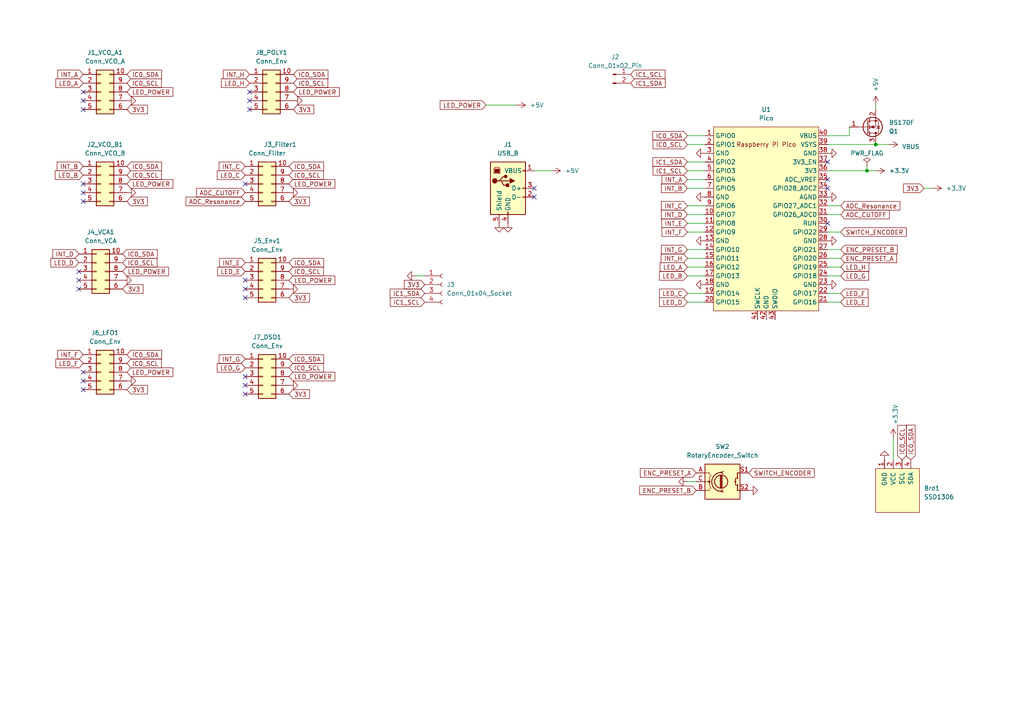
<source format=kicad_sch>
(kicad_sch (version 20230121) (generator eeschema)
  (paper "A4")
  (lib_symbols
    (symbol "Connector:Conn_01x02_Pin" (pin_names (offset 1.016) hide)
      (property "Reference" "J" (at 0 2.54 0))
      (property "Value" "Conn_01x02_Pin" (at 0 -5.08 0))
      (symbol "Conn_01x02_Pin_1_1"
        (polyline (pts (xy 1.27 -2.54) (xy 0.8636 -2.54)) (stroke (width 0.1524)))
        (polyline (pts (xy 1.27 0) (xy 0.8636 0)) (stroke (width 0.1524)))
        (rectangle (start 0.8636 -2.413) (end 0 -2.667) (stroke (width 0.1524)) (fill (type outline)))
        (rectangle (start 0.8636 0.127) (end 0 -0.127) (stroke (width 0.1524)) (fill (type outline)))
        (pin passive line (at 5.08 0 180) (length 3.81) (name "Pin_1") (number "1"))
        (pin passive line (at 5.08 -2.54 180) (length 3.81) (name "Pin_2") (number "2"))
      )
    )
    (symbol "Connector:Conn_01x04_Socket" (pin_names (offset 1.016) hide)
      (property "Reference" "J" (at 0 5.08 0))
      (property "Value" "Conn_01x04_Socket" (at 0 -7.62 0))
      (symbol "Conn_01x04_Socket_1_1"
        (arc (start 0 -4.572) (mid -0.5058 -5.08) (end 0 -5.588) (stroke (width 0.1524)))
        (arc (start 0 -2.032) (mid -0.5058 -2.54) (end 0 -3.048) (stroke (width 0.1524)))
        (polyline (pts (xy -1.27 -5.08) (xy -0.508 -5.08)) (stroke (width 0.1524)))
        (polyline (pts (xy -1.27 -2.54) (xy -0.508 -2.54)) (stroke (width 0.1524)))
        (polyline (pts (xy -1.27 0) (xy -0.508 0)) (stroke (width 0.1524)))
        (polyline (pts (xy -1.27 2.54) (xy -0.508 2.54)) (stroke (width 0.1524)))
        (arc (start 0 0.508) (mid -0.5058 0) (end 0 -0.508) (stroke (width 0.1524)))
        (arc (start 0 3.048) (mid -0.5058 2.54) (end 0 2.032) (stroke (width 0.1524)))
        (pin passive line (at -5.08 2.54 0) (length 3.81) (name "Pin_1") (number "1"))
        (pin passive line (at -5.08 0 0) (length 3.81) (name "Pin_2") (number "2"))
        (pin passive line (at -5.08 -2.54 0) (length 3.81) (name "Pin_3") (number "3"))
        (pin passive line (at -5.08 -5.08 0) (length 3.81) (name "Pin_4") (number "4"))
      )
    )
    (symbol "Connector:USB_B" (pin_names (offset 1.016))
      (property "Reference" "J" (at -5.08 11.43 0))
      (property "Value" "USB_B" (at -5.08 8.89 0))
      (symbol "USB_B_0_1"
        (rectangle (start -5.08 -7.62) (end 5.08 7.62) (stroke (width 0.254)) (fill (type background)))
        (circle (center -3.81 2.159) (radius 0.635) (stroke (width 0.254)) (fill (type outline)))
        (rectangle (start -3.81 5.588) (end -2.54 4.572) (fill (type outline)))
        (circle (center -0.635 3.429) (radius 0.381) (stroke (width 0.254)) (fill (type outline)))
        (rectangle (start -0.127 -7.62) (end 0.127 -6.858))
        (polyline (pts (xy -1.905 2.159) (xy 0.635 2.159)) (stroke (width 0.254)))
        (polyline (pts (xy -3.175 2.159) (xy -2.54 2.159) (xy -1.27 3.429) (xy -0.635 3.429)) (stroke (width 0.254)))
        (polyline (pts (xy -2.54 2.159) (xy -1.905 2.159) (xy -1.27 0.889) (xy 0 0.889)) (stroke (width 0.254)))
        (polyline (pts (xy 0.635 2.794) (xy 0.635 1.524) (xy 1.905 2.159) (xy 0.635 2.794)) (stroke (width 0.254)) (fill (type outline)))
        (polyline (pts (xy -4.064 4.318) (xy -2.286 4.318) (xy -2.286 5.715) (xy -2.667 6.096) (xy -3.683 6.096) (xy -4.064 5.715) (xy -4.064 4.318)))
        (rectangle (start 0.254 1.27) (end -0.508 0.508) (stroke (width 0.254)) (fill (type outline)))
        (rectangle (start 5.08 -2.667) (end 4.318 -2.413))
        (rectangle (start 5.08 -0.127) (end 4.318 0.127))
        (rectangle (start 5.08 4.953) (end 4.318 5.207))
      )
      (symbol "USB_B_1_1"
        (pin power_out line (at 7.62 5.08 180) (length 2.54) (name "VBUS") (number "1"))
        (pin bidirectional line (at 7.62 -2.54 180) (length 2.54) (name "D-") (number "2"))
        (pin bidirectional line (at 7.62 0 180) (length 2.54) (name "D+") (number "3"))
        (pin power_out line (at 0 -10.16 90) (length 2.54) (name "GND") (number "4"))
        (pin passive line (at -2.54 -10.16 90) (length 2.54) (name "Shield") (number "5"))
      )
    )
    (symbol "Connector_Generic:Conn_02x05_Counter_Clockwise" (pin_names (offset 1.016) hide)
      (property "Reference" "J" (at 1.27 7.62 0))
      (property "Value" "Conn_02x05_Counter_Clockwise" (at 1.27 -7.62 0))
      (symbol "Conn_02x05_Counter_Clockwise_1_1"
        (rectangle (start -1.27 -4.953) (end 0 -5.207) (stroke (width 0.1524)))
        (rectangle (start -1.27 -2.413) (end 0 -2.667) (stroke (width 0.1524)))
        (rectangle (start -1.27 0.127) (end 0 -0.127) (stroke (width 0.1524)))
        (rectangle (start -1.27 2.667) (end 0 2.413) (stroke (width 0.1524)))
        (rectangle (start -1.27 5.207) (end 0 4.953) (stroke (width 0.1524)))
        (rectangle (start -1.27 6.35) (end 3.81 -6.35) (stroke (width 0.254)) (fill (type background)))
        (rectangle (start 3.81 -4.953) (end 2.54 -5.207) (stroke (width 0.1524)))
        (rectangle (start 3.81 -2.413) (end 2.54 -2.667) (stroke (width 0.1524)))
        (rectangle (start 3.81 0.127) (end 2.54 -0.127) (stroke (width 0.1524)))
        (rectangle (start 3.81 2.667) (end 2.54 2.413) (stroke (width 0.1524)))
        (rectangle (start 3.81 5.207) (end 2.54 4.953) (stroke (width 0.1524)))
        (pin passive line (at -5.08 5.08 0) (length 3.81) (name "Pin_1") (number "1"))
        (pin passive line (at 7.62 5.08 180) (length 3.81) (name "Pin_10") (number "10"))
        (pin passive line (at -5.08 2.54 0) (length 3.81) (name "Pin_2") (number "2"))
        (pin passive line (at -5.08 0 0) (length 3.81) (name "Pin_3") (number "3"))
        (pin passive line (at -5.08 -2.54 0) (length 3.81) (name "Pin_4") (number "4"))
        (pin passive line (at -5.08 -5.08 0) (length 3.81) (name "Pin_5") (number "5"))
        (pin passive line (at 7.62 -5.08 180) (length 3.81) (name "Pin_6") (number "6"))
        (pin passive line (at 7.62 -2.54 180) (length 3.81) (name "Pin_7") (number "7"))
        (pin passive line (at 7.62 0 180) (length 3.81) (name "Pin_8") (number "8"))
        (pin passive line (at 7.62 2.54 180) (length 3.81) (name "Pin_9") (number "9"))
      )
    )
    (symbol "Device:RotaryEncoder_Switch" (pin_names (offset 0.254) hide)
      (property "Reference" "SW" (at 0 6.604 0))
      (property "Value" "RotaryEncoder_Switch" (at 0 -6.604 0))
      (symbol "RotaryEncoder_Switch_0_1"
        (rectangle (start -5.08 5.08) (end 5.08 -5.08) (stroke (width 0.254)) (fill (type background)))
        (circle (center -3.81 0) (radius 0.254) (fill (type outline)))
        (circle (center -0.381 0) (radius 1.905) (stroke (width 0.254)))
        (arc (start -0.381 2.667) (mid -3.0988 -0.0635) (end -0.381 -2.794) (stroke (width 0.254)))
        (polyline (pts (xy -0.635 -1.778) (xy -0.635 1.778)) (stroke (width 0.254)))
        (polyline (pts (xy -0.381 -1.778) (xy -0.381 1.778)) (stroke (width 0.254)))
        (polyline (pts (xy -0.127 1.778) (xy -0.127 -1.778)) (stroke (width 0.254)))
        (polyline (pts (xy 3.81 0) (xy 3.429 0)) (stroke (width 0.254)))
        (polyline (pts (xy 3.81 1.016) (xy 3.81 -1.016)) (stroke (width 0.254)))
        (polyline (pts (xy -5.08 -2.54) (xy -3.81 -2.54) (xy -3.81 -2.032)))
        (polyline (pts (xy -5.08 2.54) (xy -3.81 2.54) (xy -3.81 2.032)))
        (polyline (pts (xy 0.254 -3.048) (xy -0.508 -2.794) (xy 0.127 -2.413)) (stroke (width 0.254)))
        (polyline (pts (xy 0.254 2.921) (xy -0.508 2.667) (xy 0.127 2.286)) (stroke (width 0.254)))
        (polyline (pts (xy 5.08 -2.54) (xy 4.318 -2.54) (xy 4.318 -1.016)) (stroke (width 0.254)))
        (polyline (pts (xy 5.08 2.54) (xy 4.318 2.54) (xy 4.318 1.016)) (stroke (width 0.254)))
        (polyline (pts (xy -5.08 0) (xy -3.81 0) (xy -3.81 -1.016) (xy -3.302 -2.032)))
        (polyline (pts (xy -4.318 0) (xy -3.81 0) (xy -3.81 1.016) (xy -3.302 2.032)))
        (circle (center 4.318 -1.016) (radius 0.127) (stroke (width 0.254)))
        (circle (center 4.318 1.016) (radius 0.127) (stroke (width 0.254)))
      )
      (symbol "RotaryEncoder_Switch_1_1"
        (pin passive line (at -7.62 2.54 0) (length 2.54) (name "A") (number "A"))
        (pin passive line (at -7.62 -2.54 0) (length 2.54) (name "B") (number "B"))
        (pin passive line (at -7.62 0 0) (length 2.54) (name "C") (number "C"))
        (pin passive line (at 7.62 2.54 180) (length 2.54) (name "S1") (number "S1"))
        (pin passive line (at 7.62 -2.54 180) (length 2.54) (name "S2") (number "S2"))
      )
    )
    (symbol "MCU_RaspberryPi_and_Boards:Pico"
      (property "Reference" "U" (at -13.97 27.94 0))
      (property "Value" "Pico" (at 0 19.05 0))
      (symbol "Pico_0_0"
        (text "Raspberry Pi Pico" (at 0 21.59 0) (effects (font (size 1.27 1.27))))
      )
      (symbol "Pico_0_1"
        (rectangle (start -15.24 26.67) (end 15.24 -26.67) (fill (type background)))
      )
      (symbol "Pico_1_1"
        (pin bidirectional line (at -17.78 24.13 0) (length 2.54) (name "GPIO0") (number "1"))
        (pin bidirectional line (at -17.78 1.27 0) (length 2.54) (name "GPIO7") (number "10"))
        (pin bidirectional line (at -17.78 -1.27 0) (length 2.54) (name "GPIO8") (number "11"))
        (pin bidirectional line (at -17.78 -3.81 0) (length 2.54) (name "GPIO9") (number "12"))
        (pin power_in line (at -17.78 -6.35 0) (length 2.54) (name "GND") (number "13"))
        (pin bidirectional line (at -17.78 -8.89 0) (length 2.54) (name "GPIO10") (number "14"))
        (pin bidirectional line (at -17.78 -11.43 0) (length 2.54) (name "GPIO11") (number "15"))
        (pin bidirectional line (at -17.78 -13.97 0) (length 2.54) (name "GPIO12") (number "16"))
        (pin bidirectional line (at -17.78 -16.51 0) (length 2.54) (name "GPIO13") (number "17"))
        (pin power_in line (at -17.78 -19.05 0) (length 2.54) (name "GND") (number "18"))
        (pin bidirectional line (at -17.78 -21.59 0) (length 2.54) (name "GPIO14") (number "19"))
        (pin bidirectional line (at -17.78 21.59 0) (length 2.54) (name "GPIO1") (number "2"))
        (pin bidirectional line (at -17.78 -24.13 0) (length 2.54) (name "GPIO15") (number "20"))
        (pin bidirectional line (at 17.78 -24.13 180) (length 2.54) (name "GPIO16") (number "21"))
        (pin bidirectional line (at 17.78 -21.59 180) (length 2.54) (name "GPIO17") (number "22"))
        (pin power_in line (at 17.78 -19.05 180) (length 2.54) (name "GND") (number "23"))
        (pin bidirectional line (at 17.78 -16.51 180) (length 2.54) (name "GPIO18") (number "24"))
        (pin bidirectional line (at 17.78 -13.97 180) (length 2.54) (name "GPIO19") (number "25"))
        (pin bidirectional line (at 17.78 -11.43 180) (length 2.54) (name "GPIO20") (number "26"))
        (pin bidirectional line (at 17.78 -8.89 180) (length 2.54) (name "GPIO21") (number "27"))
        (pin power_in line (at 17.78 -6.35 180) (length 2.54) (name "GND") (number "28"))
        (pin bidirectional line (at 17.78 -3.81 180) (length 2.54) (name "GPIO22") (number "29"))
        (pin power_in line (at -17.78 19.05 0) (length 2.54) (name "GND") (number "3"))
        (pin input line (at 17.78 -1.27 180) (length 2.54) (name "RUN") (number "30"))
        (pin bidirectional line (at 17.78 1.27 180) (length 2.54) (name "GPIO26_ADC0") (number "31"))
        (pin bidirectional line (at 17.78 3.81 180) (length 2.54) (name "GPIO27_ADC1") (number "32"))
        (pin power_in line (at 17.78 6.35 180) (length 2.54) (name "AGND") (number "33"))
        (pin bidirectional line (at 17.78 8.89 180) (length 2.54) (name "GPIO28_ADC2") (number "34"))
        (pin power_in line (at 17.78 11.43 180) (length 2.54) (name "ADC_VREF") (number "35"))
        (pin power_in line (at 17.78 13.97 180) (length 2.54) (name "3V3") (number "36"))
        (pin input line (at 17.78 16.51 180) (length 2.54) (name "3V3_EN") (number "37"))
        (pin bidirectional line (at 17.78 19.05 180) (length 2.54) (name "GND") (number "38"))
        (pin power_in line (at 17.78 21.59 180) (length 2.54) (name "VSYS") (number "39"))
        (pin bidirectional line (at -17.78 16.51 0) (length 2.54) (name "GPIO2") (number "4"))
        (pin power_in line (at 17.78 24.13 180) (length 2.54) (name "VBUS") (number "40"))
        (pin input line (at -2.54 -29.21 90) (length 2.54) (name "SWCLK") (number "41"))
        (pin power_in line (at 0 -29.21 90) (length 2.54) (name "GND") (number "42"))
        (pin bidirectional line (at 2.54 -29.21 90) (length 2.54) (name "SWDIO") (number "43"))
        (pin bidirectional line (at -17.78 13.97 0) (length 2.54) (name "GPIO3") (number "5"))
        (pin bidirectional line (at -17.78 11.43 0) (length 2.54) (name "GPIO4") (number "6"))
        (pin bidirectional line (at -17.78 8.89 0) (length 2.54) (name "GPIO5") (number "7"))
        (pin power_in line (at -17.78 6.35 0) (length 2.54) (name "GND") (number "8"))
        (pin bidirectional line (at -17.78 3.81 0) (length 2.54) (name "GPIO6") (number "9"))
      )
    )
    (symbol "SSD1306-128x64_OLED:SSD1306" (pin_names (offset 1.016))
      (property "Reference" "Brd" (at 0 -3.81 0))
      (property "Value" "SSD1306" (at 0 -1.27 0))
      (symbol "SSD1306_0_1"
        (rectangle (start -6.35 6.35) (end 6.35 -6.35) (fill (type background)))
      )
      (symbol "SSD1306_1_1"
        (pin input line (at -3.81 8.89 270) (length 2.54) (name "GND") (number "1"))
        (pin input line (at -1.27 8.89 270) (length 2.54) (name "VCC") (number "2"))
        (pin input line (at 1.27 8.89 270) (length 2.54) (name "SCL") (number "3"))
        (pin input line (at 3.81 8.89 270) (length 2.54) (name "SDA") (number "4"))
      )
    )
    (symbol "Transistor_FET:BS170F" (pin_names hide)
      (property "Reference" "Q" (at 5.08 1.905 0))
      (property "Value" "BS170F" (at 5.08 0 0))
      (symbol "BS170F_0_1"
        (polyline (pts (xy 0.254 0) (xy -2.54 0)))
        (polyline (pts (xy 0.254 1.905) (xy 0.254 -1.905)) (stroke (width 0.254)))
        (polyline (pts (xy 0.762 -1.27) (xy 0.762 -2.286)) (stroke (width 0.254)))
        (polyline (pts (xy 0.762 0.508) (xy 0.762 -0.508)) (stroke (width 0.254)))
        (polyline (pts (xy 0.762 2.286) (xy 0.762 1.27)) (stroke (width 0.254)))
        (polyline (pts (xy 2.54 2.54) (xy 2.54 1.778)))
        (polyline (pts (xy 2.54 -2.54) (xy 2.54 0) (xy 0.762 0)))
        (polyline (pts (xy 0.762 -1.778) (xy 3.302 -1.778) (xy 3.302 1.778) (xy 0.762 1.778)))
        (polyline (pts (xy 1.016 0) (xy 2.032 0.381) (xy 2.032 -0.381) (xy 1.016 0)) (fill (type outline)))
        (polyline (pts (xy 2.794 0.508) (xy 2.921 0.381) (xy 3.683 0.381) (xy 3.81 0.254)))
        (polyline (pts (xy 3.302 0.381) (xy 2.921 -0.254) (xy 3.683 -0.254) (xy 3.302 0.381)))
        (circle (center 1.651 0) (radius 2.794) (stroke (width 0.254)))
        (circle (center 2.54 -1.778) (radius 0.254) (fill (type outline)))
        (circle (center 2.54 1.778) (radius 0.254) (fill (type outline)))
      )
      (symbol "BS170F_1_1"
        (pin input line (at -5.08 0 0) (length 2.54) (name "G") (number "1"))
        (pin passive line (at 2.54 -5.08 90) (length 2.54) (name "S") (number "2"))
        (pin passive line (at 2.54 5.08 270) (length 2.54) (name "D") (number "3"))
      )
    )
    (symbol "power:+3.3V" (power) (pin_names (offset 0))
      (property "Value" "+3.3V" (at 0 3.556 0))
      (symbol "+3.3V_0_1"
        (polyline (pts (xy -0.762 1.27) (xy 0 2.54)))
        (polyline (pts (xy 0 0) (xy 0 2.54)))
        (polyline (pts (xy 0 2.54) (xy 0.762 1.27)))
      )
      (symbol "+3.3V_1_1"
        (pin power_in line (at 0 0 90) (length 0) hide (name "+3.3V") (number "1"))
      )
    )
    (symbol "power:+5V" (power) (pin_names (offset 0))
      (property "Value" "+5V" (at 0 3.556 0))
      (symbol "+5V_0_1"
        (polyline (pts (xy -0.762 1.27) (xy 0 2.54)))
        (polyline (pts (xy 0 0) (xy 0 2.54)))
        (polyline (pts (xy 0 2.54) (xy 0.762 1.27)))
      )
      (symbol "+5V_1_1"
        (pin power_in line (at 0 0 90) (length 0) hide (name "+5V") (number "1"))
      )
    )
    (symbol "power:GND" (power) (pin_names (offset 0))
      (property "Value" "GND" (at 0 -3.81 0))
      (symbol "GND_0_1"
        (polyline (pts (xy 0 0) (xy 0 -1.27) (xy 1.27 -1.27) (xy 0 -2.54) (xy -1.27 -1.27) (xy 0 -1.27)))
      )
      (symbol "GND_1_1"
        (pin power_in line (at 0 0 270) (length 0) hide (name "GND") (number "1"))
      )
    )
    (symbol "power:PWR_FLAG" (power) (pin_numbers hide) (pin_names (offset 0) hide)
      (property "Value" "PWR_FLAG" (at 0 3.81 0))
      (symbol "PWR_FLAG_0_0"
        (pin power_out line (at 0 0 90) (length 0) (name "pwr") (number "1"))
      )
      (symbol "PWR_FLAG_0_1"
        (polyline (pts (xy 0 0) (xy 0 1.27) (xy -1.016 1.905) (xy 0 2.54) (xy 1.016 1.905) (xy 0 1.27)))
      )
    )
    (symbol "power:VBUS" (power) (pin_names (offset 0))
      (property "Value" "VBUS" (at 0 3.81 0))
      (symbol "VBUS_0_1"
        (polyline (pts (xy -0.762 1.27) (xy 0 2.54)))
        (polyline (pts (xy 0 0) (xy 0 2.54)))
        (polyline (pts (xy 0 2.54) (xy 0.762 1.27)))
      )
      (symbol "VBUS_1_1"
        (pin power_in line (at 0 0 90) (length 0) hide (name "VBUS") (number "1"))
      )
    )
  )
  (junction (at 254 41.91))
  (junction (at 251.46 49.53))
  (no_connect (at 24.13 113.03))
  (no_connect (at 24.13 29.21))
  (no_connect (at 22.86 81.28))
  (no_connect (at 154.94 57.15))
  (no_connect (at 72.39 29.21))
  (no_connect (at 24.13 26.67))
  (no_connect (at 71.12 111.76))
  (no_connect (at 24.13 53.34))
  (no_connect (at 71.12 53.34))
  (no_connect (at 72.39 26.67))
  (no_connect (at 22.86 78.74))
  (no_connect (at 24.13 58.42))
  (no_connect (at 240.03 64.77))
  (no_connect (at 24.13 55.88))
  (no_connect (at 71.12 109.22))
  (no_connect (at 240.03 52.07))
  (no_connect (at 72.39 31.75))
  (no_connect (at 71.12 81.28))
  (no_connect (at 71.12 114.3))
  (no_connect (at 24.13 110.49))
  (no_connect (at 24.13 31.75))
  (no_connect (at 24.13 107.95))
  (no_connect (at 240.03 54.61))
  (no_connect (at 71.12 86.36))
  (no_connect (at 22.86 83.82))
  (no_connect (at 154.94 54.61))
  (no_connect (at 71.12 83.82))
  (no_connect (at 240.03 46.99))
  (wire (pts (xy 199.39 67.31) (xy 204.47 67.31)))
  (wire (pts (xy 270.51 54.61) (xy 267.97 54.61)))
  (wire (pts (xy 199.39 39.37) (xy 204.47 39.37)))
  (wire (pts (xy 243.84 77.47) (xy 240.03 77.47)))
  (wire (pts (xy 243.84 74.93) (xy 240.03 74.93)))
  (wire (pts (xy 243.84 85.09) (xy 240.03 85.09)))
  (wire (pts (xy 199.39 87.63) (xy 204.47 87.63)))
  (wire (pts (xy 251.46 49.53) (xy 240.03 49.53)))
  (wire (pts (xy 243.84 67.31) (xy 240.03 67.31)))
  (wire (pts (xy 199.39 41.91) (xy 204.47 41.91)))
  (wire (pts (xy 149.86 30.48) (xy 140.97 30.48)))
  (wire (pts (xy 199.39 85.09) (xy 204.47 85.09)))
  (wire (pts (xy 259.08 127) (xy 259.08 133.35)))
  (wire (pts (xy 199.39 74.93) (xy 204.47 74.93)))
  (wire (pts (xy 240.03 39.37) (xy 246.38 39.37)))
  (wire (pts (xy 199.39 54.61) (xy 204.47 54.61)))
  (wire (pts (xy 160.02 49.53) (xy 154.94 49.53)))
  (wire (pts (xy 199.39 52.07) (xy 204.47 52.07)))
  (wire (pts (xy 199.39 46.99) (xy 204.47 46.99)))
  (wire (pts (xy 243.84 62.23) (xy 240.03 62.23)))
  (wire (pts (xy 199.39 77.47) (xy 204.47 77.47)))
  (wire (pts (xy 243.84 87.63) (xy 240.03 87.63)))
  (wire (pts (xy 199.39 49.53) (xy 204.47 49.53)))
  (wire (pts (xy 254 41.91) (xy 257.81 41.91)))
  (wire (pts (xy 240.03 41.91) (xy 254 41.91)))
  (wire (pts (xy 199.39 72.39) (xy 204.47 72.39)))
  (wire (pts (xy 243.84 72.39) (xy 240.03 72.39)))
  (wire (pts (xy 246.38 39.37) (xy 246.38 36.83)))
  (wire (pts (xy 251.46 48.26) (xy 251.46 49.53)))
  (wire (pts (xy 199.39 64.77) (xy 204.47 64.77)))
  (wire (pts (xy 243.84 80.01) (xy 240.03 80.01)))
  (wire (pts (xy 199.39 59.69) (xy 204.47 59.69)))
  (wire (pts (xy 254 31.75) (xy 254 30.48)))
  (wire (pts (xy 243.84 59.69) (xy 240.03 59.69)))
  (wire (pts (xy 199.39 80.01) (xy 204.47 80.01)))
  (wire (pts (xy 199.39 62.23) (xy 204.47 62.23)))
  (wire (pts (xy 254 49.53) (xy 251.46 49.53)))
  (wire (pts (xy 199.39 139.7) (xy 201.93 139.7)))
  (wire (pts (xy 120.65 80.01) (xy 123.19 80.01)))
  (global_label "IC0_SCL" (shape input) (at 199.39 41.91 180) (property "Intersheetrefs" "${INTERSHEET_REFS}" (effects hide)))
  (global_label "LED_H" (shape input) (at 72.39 24.13 180) (property "Intersheetrefs" "${INTERSHEET_REFS}" (effects hide)))
  (global_label "LED_POWER" (shape input) (at 83.82 53.34 0) (property "Intersheetrefs" "${INTERSHEET_REFS}" (effects hide)))
  (global_label "IC0_SDA" (shape input) (at 85.09 21.59 0) (property "Intersheetrefs" "${INTERSHEET_REFS}" (effects hide)))
  (global_label "IC1_SDA" (shape input) (at 199.39 46.99 180) (property "Intersheetrefs" "${INTERSHEET_REFS}" (effects hide)))
  (global_label "IC0_SDA" (shape input) (at 83.82 48.26 0) (property "Intersheetrefs" "${INTERSHEET_REFS}" (effects hide)))
  (global_label "IC0_SDA" (shape input) (at 83.82 104.14 0) (property "Intersheetrefs" "${INTERSHEET_REFS}" (effects hide)))
  (global_label "IC0_SCL" (shape input) (at 36.83 24.13 0) (property "Intersheetrefs" "${INTERSHEET_REFS}" (effects hide)))
  (global_label "IC0_SDA" (shape input) (at 36.83 102.87 0) (property "Intersheetrefs" "${INTERSHEET_REFS}" (effects hide)))
  (global_label "IC1_SDA" (shape input) (at 123.19 85.09 180) (property "Intersheetrefs" "${INTERSHEET_REFS}" (effects hide)))
  (global_label "LED_B" (shape input) (at 199.39 80.01 180) (property "Intersheetrefs" "${INTERSHEET_REFS}" (effects hide)))
  (global_label "INT_D" (shape input) (at 22.86 73.66 180) (property "Intersheetrefs" "${INTERSHEET_REFS}" (effects hide)))
  (global_label "IC0_SDA" (shape input) (at 83.82 76.2 0) (property "Intersheetrefs" "${INTERSHEET_REFS}" (effects hide)))
  (global_label "INT_F" (shape input) (at 199.39 67.31 180) (property "Intersheetrefs" "${INTERSHEET_REFS}" (effects hide)))
  (global_label "INT_E" (shape input) (at 199.39 64.77 180) (property "Intersheetrefs" "${INTERSHEET_REFS}" (effects hide)))
  (global_label "LED_POWER" (shape input) (at 83.82 109.22 0) (property "Intersheetrefs" "${INTERSHEET_REFS}" (effects hide)))
  (global_label "LED_E" (shape input) (at 71.12 78.74 180) (property "Intersheetrefs" "${INTERSHEET_REFS}" (effects hide)))
  (global_label "SWITCH_ENCODER" (shape input) (at 243.84 67.31 0) (property "Intersheetrefs" "${INTERSHEET_REFS}" (effects hide)))
  (global_label "3V3" (shape input) (at 267.97 54.61 180) (property "Intersheetrefs" "${INTERSHEET_REFS}" (effects hide)))
  (global_label "INT_A" (shape input) (at 199.39 52.07 180) (property "Intersheetrefs" "${INTERSHEET_REFS}" (effects hide)))
  (global_label "IC0_SDA" (shape input) (at 264.16 133.35 90) (property "Intersheetrefs" "${INTERSHEET_REFS}" (effects hide)))
  (global_label "IC1_SCL" (shape input) (at 199.39 49.53 180) (property "Intersheetrefs" "${INTERSHEET_REFS}" (effects hide)))
  (global_label "LED_POWER" (shape input) (at 36.83 53.34 0) (property "Intersheetrefs" "${INTERSHEET_REFS}" (effects hide)))
  (global_label "LED_G" (shape input) (at 243.84 80.01 0) (property "Intersheetrefs" "${INTERSHEET_REFS}" (effects hide)))
  (global_label "LED_E" (shape input) (at 243.84 87.63 0) (property "Intersheetrefs" "${INTERSHEET_REFS}" (effects hide)))
  (global_label "ADC_CUTOFF" (shape input) (at 71.12 55.88 180) (property "Intersheetrefs" "${INTERSHEET_REFS}" (effects hide)))
  (global_label "IC0_SCL" (shape input) (at 36.83 105.41 0) (property "Intersheetrefs" "${INTERSHEET_REFS}" (effects hide)))
  (global_label "LED_F" (shape input) (at 243.84 85.09 0) (property "Intersheetrefs" "${INTERSHEET_REFS}" (effects hide)))
  (global_label "INT_E" (shape input) (at 71.12 76.2 180) (property "Intersheetrefs" "${INTERSHEET_REFS}" (effects hide)))
  (global_label "INT_F" (shape input) (at 24.13 102.87 180) (property "Intersheetrefs" "${INTERSHEET_REFS}" (effects hide)))
  (global_label "3V3" (shape input) (at 85.09 31.75 0) (property "Intersheetrefs" "${INTERSHEET_REFS}" (effects hide)))
  (global_label "3V3" (shape input) (at 36.83 58.42 0) (property "Intersheetrefs" "${INTERSHEET_REFS}" (effects hide)))
  (global_label "INT_G" (shape input) (at 71.12 104.14 180) (property "Intersheetrefs" "${INTERSHEET_REFS}" (effects hide)))
  (global_label "LED_C" (shape input) (at 71.12 50.8 180) (property "Intersheetrefs" "${INTERSHEET_REFS}" (effects hide)))
  (global_label "INT_C" (shape input) (at 199.39 59.69 180) (property "Intersheetrefs" "${INTERSHEET_REFS}" (effects hide)))
  (global_label "LED_B" (shape input) (at 24.13 50.8 180) (property "Intersheetrefs" "${INTERSHEET_REFS}" (effects hide)))
  (global_label "IC0_SCL" (shape input) (at 83.82 50.8 0) (property "Intersheetrefs" "${INTERSHEET_REFS}" (effects hide)))
  (global_label "IC1_SDA" (shape input) (at 182.88 24.13 0) (property "Intersheetrefs" "${INTERSHEET_REFS}" (effects hide)))
  (global_label "LED_POWER" (shape input) (at 85.09 26.67 0) (property "Intersheetrefs" "${INTERSHEET_REFS}" (effects hide)))
  (global_label "LED_F" (shape input) (at 24.13 105.41 180) (property "Intersheetrefs" "${INTERSHEET_REFS}" (effects hide)))
  (global_label "IC0_SCL" (shape input) (at 83.82 106.68 0) (property "Intersheetrefs" "${INTERSHEET_REFS}" (effects hide)))
  (global_label "LED_A" (shape input) (at 199.39 77.47 180) (property "Intersheetrefs" "${INTERSHEET_REFS}" (effects hide)))
  (global_label "ENC_PRESET_B" (shape input) (at 201.93 142.24 180) (property "Intersheetrefs" "${INTERSHEET_REFS}" (effects hide)))
  (global_label "3V3" (shape input) (at 36.83 31.75 0) (property "Intersheetrefs" "${INTERSHEET_REFS}" (effects hide)))
  (global_label "SWITCH_ENCODER" (shape input) (at 217.17 137.16 0) (property "Intersheetrefs" "${INTERSHEET_REFS}" (effects hide)))
  (global_label "IC0_SCL" (shape input) (at 83.82 78.74 0) (property "Intersheetrefs" "${INTERSHEET_REFS}" (effects hide)))
  (global_label "LED_POWER" (shape input) (at 36.83 107.95 0) (property "Intersheetrefs" "${INTERSHEET_REFS}" (effects hide)))
  (global_label "LED_POWER" (shape input) (at 140.97 30.48 180) (property "Intersheetrefs" "${INTERSHEET_REFS}" (effects hide)))
  (global_label "IC0_SCL" (shape input) (at 35.56 76.2 0) (property "Intersheetrefs" "${INTERSHEET_REFS}" (effects hide)))
  (global_label "LED_D" (shape input) (at 199.39 87.63 180) (property "Intersheetrefs" "${INTERSHEET_REFS}" (effects hide)))
  (global_label "ENC_PRESET_A" (shape input) (at 243.84 74.93 0) (property "Intersheetrefs" "${INTERSHEET_REFS}" (effects hide)))
  (global_label "3V3" (shape input) (at 123.19 82.55 180) (property "Intersheetrefs" "${INTERSHEET_REFS}" (effects hide)))
  (global_label "ENC_PRESET_A" (shape input) (at 201.93 137.16 180) (property "Intersheetrefs" "${INTERSHEET_REFS}" (effects hide)))
  (global_label "LED_A" (shape input) (at 24.13 24.13 180) (property "Intersheetrefs" "${INTERSHEET_REFS}" (effects hide)))
  (global_label "IC1_SCL" (shape input) (at 182.88 21.59 0) (property "Intersheetrefs" "${INTERSHEET_REFS}" (effects hide)))
  (global_label "IC0_SDA" (shape input) (at 36.83 48.26 0) (property "Intersheetrefs" "${INTERSHEET_REFS}" (effects hide)))
  (global_label "IC0_SCL" (shape input) (at 85.09 24.13 0) (property "Intersheetrefs" "${INTERSHEET_REFS}" (effects hide)))
  (global_label "3V3" (shape input) (at 83.82 58.42 0) (property "Intersheetrefs" "${INTERSHEET_REFS}" (effects hide)))
  (global_label "INT_H" (shape input) (at 72.39 21.59 180) (property "Intersheetrefs" "${INTERSHEET_REFS}" (effects hide)))
  (global_label "ENC_PRESET_B" (shape input) (at 243.84 72.39 0) (property "Intersheetrefs" "${INTERSHEET_REFS}" (effects hide)))
  (global_label "ADC_CUTOFF" (shape input) (at 243.84 62.23 0) (property "Intersheetrefs" "${INTERSHEET_REFS}" (effects hide)))
  (global_label "INT_D" (shape input) (at 199.39 62.23 180) (property "Intersheetrefs" "${INTERSHEET_REFS}" (effects hide)))
  (global_label "IC1_SCL" (shape input) (at 123.19 87.63 180) (property "Intersheetrefs" "${INTERSHEET_REFS}" (effects hide)))
  (global_label "INT_C" (shape input) (at 71.12 48.26 180) (property "Intersheetrefs" "${INTERSHEET_REFS}" (effects hide)))
  (global_label "LED_D" (shape input) (at 22.86 76.2 180) (property "Intersheetrefs" "${INTERSHEET_REFS}" (effects hide)))
  (global_label "ADC_Resonance" (shape input) (at 243.84 59.69 0) (property "Intersheetrefs" "${INTERSHEET_REFS}" (effects hide)))
  (global_label "LED_C" (shape input) (at 199.39 85.09 180) (property "Intersheetrefs" "${INTERSHEET_REFS}" (effects hide)))
  (global_label "INT_A" (shape input) (at 24.13 21.59 180) (property "Intersheetrefs" "${INTERSHEET_REFS}" (effects hide)))
  (global_label "INT_B" (shape input) (at 24.13 48.26 180) (property "Intersheetrefs" "${INTERSHEET_REFS}" (effects hide)))
  (global_label "INT_B" (shape input) (at 199.39 54.61 180) (property "Intersheetrefs" "${INTERSHEET_REFS}" (effects hide)))
  (global_label "IC0_SCL" (shape input) (at 36.83 50.8 0) (property "Intersheetrefs" "${INTERSHEET_REFS}" (effects hide)))
  (global_label "3V3" (shape input) (at 83.82 114.3 0) (property "Intersheetrefs" "${INTERSHEET_REFS}" (effects hide)))
  (global_label "LED_POWER" (shape input) (at 36.83 26.67 0) (property "Intersheetrefs" "${INTERSHEET_REFS}" (effects hide)))
  (global_label "IC0_SCL" (shape input) (at 261.62 133.35 90) (property "Intersheetrefs" "${INTERSHEET_REFS}" (effects hide)))
  (global_label "ADC_Resonance" (shape input) (at 71.12 58.42 180) (property "Intersheetrefs" "${INTERSHEET_REFS}" (effects hide)))
  (global_label "IC0_SDA" (shape input) (at 199.39 39.37 180) (property "Intersheetrefs" "${INTERSHEET_REFS}" (effects hide)))
  (global_label "LED_POWER" (shape input) (at 83.82 81.28 0) (property "Intersheetrefs" "${INTERSHEET_REFS}" (effects hide)))
  (global_label "IC0_SDA" (shape input) (at 36.83 21.59 0) (property "Intersheetrefs" "${INTERSHEET_REFS}" (effects hide)))
  (global_label "3V3" (shape input) (at 83.82 86.36 0) (property "Intersheetrefs" "${INTERSHEET_REFS}" (effects hide)))
  (global_label "LED_POWER" (shape input) (at 35.56 78.74 0) (property "Intersheetrefs" "${INTERSHEET_REFS}" (effects hide)))
  (global_label "INT_H" (shape input) (at 199.39 74.93 180) (property "Intersheetrefs" "${INTERSHEET_REFS}" (effects hide)))
  (global_label "LED_H" (shape input) (at 243.84 77.47 0) (property "Intersheetrefs" "${INTERSHEET_REFS}" (effects hide)))
  (global_label "INT_G" (shape input) (at 199.39 72.39 180) (property "Intersheetrefs" "${INTERSHEET_REFS}" (effects hide)))
  (global_label "LED_G" (shape input) (at 71.12 106.68 180) (property "Intersheetrefs" "${INTERSHEET_REFS}" (effects hide)))
  (global_label "3V3" (shape input) (at 35.56 83.82 0) (property "Intersheetrefs" "${INTERSHEET_REFS}" (effects hide)))
  (global_label "IC0_SDA" (shape input) (at 35.56 73.66 0) (property "Intersheetrefs" "${INTERSHEET_REFS}" (effects hide)))
  (global_label "3V3" (shape input) (at 36.83 113.03 0) (property "Intersheetrefs" "${INTERSHEET_REFS}" (effects hide)))
  (symbol (lib_id "power:GND") (at 217.17 142.24 90) (unit 1)
    (property "Reference" "#PWR018" (effects hide))
    (property "Value" "GND" (effects hide))
  )
  (symbol (lib_id "power:PWR_FLAG") (at 251.46 48.26 0) (unit 1)
    (property "Reference" "#FLG01" (effects hide))
    (property "Value" "PWR_FLAG" (at 251.46 44.45 0))
  )
  (symbol (lib_id "Connector_Generic:Conn_02x05_Counter_Clockwise") (at 27.94 78.74 0) (unit 1)
    (property "Reference" "J4_VCA1" (at 29.21 67.31 0))
    (property "Value" "Conn_VCA" (at 29.21 69.85 0))
    (property "Footprint" "Connector_PinHeader_2.54mm:PinHeader_2x05_P2.54mm_Vertical" (effects hide))
  )
  (symbol (lib_id "power:GND") (at 144.78 64.77 0) (unit 1)
    (property "Reference" "#PWR022" (effects hide))
    (property "Value" "GND" (effects hide))
  )
  (symbol (lib_id "power:GND") (at 36.83 110.49 90) (unit 1)
    (property "Reference" "#PWR014" (effects hide))
    (property "Value" "GND" (effects hide))
  )
  (symbol (lib_id "power:GND") (at 120.65 80.01 270) (unit 1)
    (property "Reference" "#PWR029" (effects hide))
    (property "Value" "GND" (effects hide))
  )
  (symbol (lib_id "Connector_Generic:Conn_02x05_Counter_Clockwise") (at 77.47 26.67 0) (unit 1)
    (property "Reference" "J8_POLY1" (at 78.74 15.24 0))
    (property "Value" "Conn_Env" (at 78.74 17.78 0))
    (property "Footprint" "Connector_PinHeader_2.54mm:PinHeader_2x05_P2.54mm_Vertical" (effects hide))
  )
  (symbol (lib_id "power:GND") (at 240.03 82.55 90) (unit 1)
    (property "Reference" "#PWR05" (effects hide))
    (property "Value" "GND" (effects hide))
  )
  (symbol (lib_id "Connector_Generic:Conn_02x05_Counter_Clockwise") (at 29.21 53.34 0) (unit 1)
    (property "Reference" "J2_VCO_B1" (at 30.48 41.91 0))
    (property "Value" "Conn_VCO_B" (at 30.48 44.45 0))
    (property "Footprint" "Connector_PinHeader_2.54mm:PinHeader_2x05_P2.54mm_Vertical" (effects hide))
  )
  (symbol (lib_id "Connector_Generic:Conn_02x05_Counter_Clockwise") (at 76.2 109.22 0) (unit 1)
    (property "Reference" "J7_DSO1" (at 77.47 97.79 0))
    (property "Value" "Conn_Env" (at 77.47 100.33 0))
    (property "Footprint" "Connector_PinHeader_2.54mm:PinHeader_2x05_P2.54mm_Vertical" (effects hide))
  )
  (symbol (lib_id "power:GND") (at 204.47 57.15 270) (unit 1)
    (property "Reference" "#PWR02" (effects hide))
    (property "Value" "GND" (effects hide))
  )
  (symbol (lib_id "power:GND") (at 147.32 64.77 0) (unit 1)
    (property "Reference" "#PWR023" (effects hide))
    (property "Value" "GND" (effects hide))
  )
  (symbol (lib_id "power:GND") (at 204.47 82.55 270) (unit 1)
    (property "Reference" "#PWR04" (effects hide))
    (property "Value" "GND" (effects hide))
  )
  (symbol (lib_id "power:GND") (at 204.47 69.85 270) (unit 1)
    (property "Reference" "#PWR03" (effects hide))
    (property "Value" "GND" (effects hide))
  )
  (symbol (lib_id "Connector_Generic:Conn_02x05_Counter_Clockwise") (at 76.2 53.34 0) (unit 1)
    (property "Reference" "J3_Filter1" (at 81.28 41.91 0))
    (property "Value" "Conn_Filter" (at 77.47 44.45 0))
    (property "Footprint" "Connector_PinHeader_2.54mm:PinHeader_2x05_P2.54mm_Vertical" (effects hide))
  )
  (symbol (lib_id "Device:RotaryEncoder_Switch") (at 209.55 139.7 0) (unit 1)
    (property "Reference" "SW2" (at 209.55 129.54 0))
    (property "Value" "RotaryEncoder_Switch" (at 209.55 132.08 0))
    (property "Footprint" "Rotary_Encoder:RotaryEncoder_Alps_EC11E-Switch_Vertical_H20mm" (effects hide))
  )
  (symbol (lib_id "SSD1306-128x64_OLED:SSD1306") (at 260.35 142.24 0) (unit 1)
    (property "Reference" "Brd1" (at 267.97 141.605 0) (effects (justify left)))
    (property "Value" "SSD1306" (at 267.97 144.145 0) (effects (justify left)))
    (property "Footprint" "SSD1306:128x64OLED" (effects hide))
  )
  (symbol (lib_id "power:GND") (at 83.82 111.76 90) (unit 1)
    (property "Reference" "#PWR015" (effects hide))
    (property "Value" "GND" (effects hide))
  )
  (symbol (lib_id "MCU_RaspberryPi_and_Boards:Pico") (at 222.25 63.5 0) (unit 1)
    (property "Reference" "U1" (at 222.25 31.75 0))
    (property "Value" "Pico" (at 222.25 34.29 0))
    (property "Footprint" "MCU_RaspberryPi_and_Boards:RPi_Pico_SMD_TH" (effects hide))
  )
  (symbol (lib_id "power:GND") (at 256.54 133.35 180) (unit 1)
    (property "Reference" "#PWR019" (effects hide))
    (property "Value" "GND" (effects hide))
  )
  (symbol (lib_id "power:GND") (at 36.83 55.88 90) (unit 1)
    (property "Reference" "#PWR010" (effects hide))
    (property "Value" "GND" (effects hide))
  )
  (symbol (lib_id "power:+5V") (at 160.02 49.53 270) (unit 1)
    (property "Reference" "#PWR021" (effects hide))
    (property "Value" "+5V" (at 163.83 49.53 90) (effects (justify left)))
  )
  (symbol (lib_id "power:GND") (at 85.09 29.21 90) (unit 1)
    (property "Reference" "#PWR016" (effects hide))
    (property "Value" "GND" (effects hide))
  )
  (symbol (lib_id "Connector_Generic:Conn_02x05_Counter_Clockwise") (at 29.21 107.95 0) (unit 1)
    (property "Reference" "J6_LFO1" (at 30.48 96.52 0))
    (property "Value" "Conn_Env" (at 30.48 99.06 0))
    (property "Footprint" "Connector_PinHeader_2.54mm:PinHeader_2x05_P2.54mm_Vertical" (effects hide))
  )
  (symbol (lib_id "Connector:USB_B") (at 147.32 54.61 0) (unit 1)
    (property "Reference" "J1" (at 147.32 41.91 0))
    (property "Value" "USB_B" (at 147.32 44.45 0))
    (property "Footprint" "Connector_USB:USB_B_OST_USB-B1HSxx_Horizontal" (effects hide))
    (property "Datasheet" " ~" (effects hide))
  )
  (symbol (lib_id "power:GND") (at 36.83 29.21 90) (unit 1)
    (property "Reference" "#PWR09" (effects hide))
    (property "Value" "GND" (effects hide))
  )
  (symbol (lib_id "power:GND") (at 240.03 44.45 90) (unit 1)
    (property "Reference" "#PWR08" (effects hide))
    (property "Value" "GND" (effects hide))
  )
  (symbol (lib_id "Connector:Conn_01x02_Pin") (at 177.8 21.59 0) (unit 1)
    (property "Reference" "J2" (at 178.435 16.51 0))
    (property "Value" "Conn_01x02_Pin" (at 178.435 19.05 0))
    (property "Footprint" "Connector_PinSocket_2.54mm:PinSocket_1x02_P2.54mm_Vertical" (effects hide))
  )
  (symbol (lib_id "power:GND") (at 83.82 55.88 90) (unit 1)
    (property "Reference" "#PWR011" (effects hide))
    (property "Value" "GND" (effects hide))
  )
  (symbol (lib_id "power:GND") (at 83.82 83.82 90) (unit 1)
    (property "Reference" "#PWR013" (effects hide))
    (property "Value" "GND" (effects hide))
  )
  (symbol (lib_id "power:VBUS") (at 257.81 41.91 270) (unit 1)
    (property "Reference" "#PWR027" (effects hide))
    (property "Value" "VBUS" (at 261.62 42.545 90) (effects (justify left)))
  )
  (symbol (lib_id "power:+5V") (at 254 30.48 0) (unit 1)
    (property "Reference" "#PWR025" (effects hide))
    (property "Value" "+5V" (at 254 26.67 90) (effects (justify left)))
  )
  (symbol (lib_id "power:GND") (at 199.39 139.7 270) (unit 1)
    (property "Reference" "#PWR017" (effects hide))
    (property "Value" "GND" (effects hide))
  )
  (symbol (lib_id "power:+3.3V") (at 259.08 127 0) (unit 1)
    (property "Reference" "#PWR020" (effects hide))
    (property "Value" "+3.3V" (at 259.715 123.19 90) (effects (justify left)))
  )
  (symbol (lib_id "power:GND") (at 240.03 57.15 90) (unit 1)
    (property "Reference" "#PWR07" (effects hide))
    (property "Value" "GND" (effects hide))
  )
  (symbol (lib_id "Connector_Generic:Conn_02x05_Counter_Clockwise") (at 76.2 81.28 0) (unit 1)
    (property "Reference" "J5_Env1" (at 77.47 69.85 0))
    (property "Value" "Conn_Env" (at 77.47 72.39 0))
    (property "Footprint" "Connector_PinHeader_2.54mm:PinHeader_2x05_P2.54mm_Vertical" (effects hide))
  )
  (symbol (lib_id "power:GND") (at 240.03 69.85 90) (unit 1)
    (property "Reference" "#PWR06" (effects hide))
    (property "Value" "GND" (effects hide))
  )
  (symbol (lib_id "Connector:Conn_01x04_Socket") (at 128.27 82.55 0) (unit 1)
    (property "Reference" "J3" (at 129.54 82.55 0) (effects (justify left)))
    (property "Value" "Conn_01x04_Socket" (at 129.54 85.09 0) (effects (justify left)))
    (property "Footprint" "Connector:NS-Tech_Grove_1x04_P2mm_Vertical" (effects hide))
  )
  (symbol (lib_id "power:+5V") (at 149.86 30.48 270) (unit 1)
    (property "Reference" "#PWR024" (effects hide))
    (property "Value" "+5V" (at 153.67 30.48 90) (effects (justify left)))
  )
  (symbol (lib_id "power:GND") (at 35.56 81.28 90) (unit 1)
    (property "Reference" "#PWR012" (effects hide))
    (property "Value" "GND" (effects hide))
  )
  (symbol (lib_id "power:+3.3V") (at 254 49.53 270) (unit 1)
    (property "Reference" "#PWR026" (effects hide))
    (property "Value" "+3.3V" (at 257.81 49.53 90) (effects (justify left)))
  )
  (symbol (lib_id "power:+3.3V") (at 270.51 54.61 270) (unit 1)
    (property "Reference" "#PWR028" (effects hide))
    (property "Value" "+3.3V" (at 274.32 54.61 90) (effects (justify left)))
  )
  (symbol (lib_id "Connector_Generic:Conn_02x05_Counter_Clockwise") (at 29.21 26.67 0) (unit 1)
    (property "Reference" "J1_VCO_A1" (at 30.48 15.24 0))
    (property "Value" "Conn_VCO_A" (at 30.48 17.78 0))
    (property "Footprint" "Connector_PinHeader_2.54mm:PinHeader_2x05_P2.54mm_Vertical" (effects hide))
  )
  (symbol (lib_id "power:GND") (at 204.47 44.45 270) (unit 1)
    (property "Reference" "#PWR01" (effects hide))
    (property "Value" "GND" (effects hide))
  )
  (symbol (lib_id "Transistor_FET:BS170F") (at 251.46 36.83 0) (mirror x) (unit 1)
    (property "Reference" "Q1" (at 257.81 38.1 0) (effects (justify left)))
    (property "Value" "BS170F" (at 257.81 35.56 0) (effects (justify left)))
    (property "Footprint" "Package_TO_SOT_SMD:SOT-23" (effects hide))
    (property "Datasheet" "http://www.diodes.com/assets/Datasheets/BS170F.pdf" (effects hide))
  )
)
</source>
